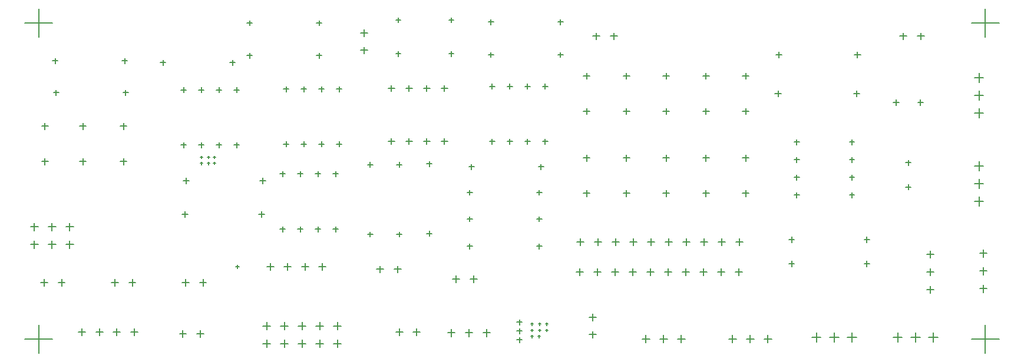
<source format=gbr>
G04*
G04 #@! TF.GenerationSoftware,Altium Limited,Altium Designer,23.3.1 (30)*
G04*
G04 Layer_Color=128*
%FSLAX44Y44*%
%MOMM*%
G71*
G04*
G04 #@! TF.SameCoordinates,EAF1F0D8-16AB-4789-B3CC-ED1B898C5CC7*
G04*
G04*
G04 #@! TF.FilePolarity,Positive*
G04*
G01*
G75*
%ADD84C,0.1270*%
D84*
X371690Y478790D02*
X382690D01*
X377190Y473290D02*
Y484290D01*
X371690Y453390D02*
X382690D01*
X377190Y447890D02*
Y458890D01*
X346290Y478790D02*
X357290D01*
X351790Y473290D02*
Y484290D01*
X346290Y453390D02*
X357290D01*
X351790Y447890D02*
Y458890D01*
X320890Y478790D02*
X331890D01*
X326390Y473290D02*
Y484290D01*
X320890Y453390D02*
X331890D01*
X326390Y447890D02*
Y458890D01*
X389900Y327660D02*
X399900D01*
X394900Y322660D02*
Y332660D01*
X414900Y327660D02*
X424900D01*
X419900Y322660D02*
Y332660D01*
X439900Y327660D02*
X449900D01*
X444900Y322660D02*
Y332660D01*
X464900Y327660D02*
X474900D01*
X469900Y322660D02*
Y332660D01*
X870773Y327660D02*
X880773D01*
X875773Y322660D02*
Y332660D01*
X845773Y327660D02*
X855772D01*
X850772Y322660D02*
Y332660D01*
X563760Y398950D02*
X573760D01*
X568760Y393950D02*
Y403950D01*
X538760Y398950D02*
X548760D01*
X543760Y393950D02*
Y403950D01*
X971380Y326390D02*
X981880D01*
X976630Y321140D02*
Y331640D01*
X945980Y326390D02*
X956480D01*
X951230Y321140D02*
Y331640D01*
X920580Y326390D02*
X931080D01*
X925830Y321140D02*
Y331640D01*
X846100Y776380D02*
X853100D01*
X849600Y772880D02*
Y779880D01*
X922360Y776380D02*
X929360D01*
X925860Y772880D02*
Y779880D01*
X1560920Y657860D02*
X1568920D01*
X1564920Y653860D02*
Y661860D01*
X1595920Y657860D02*
X1603920D01*
X1599920Y653860D02*
Y661860D01*
X1677570Y642620D02*
X1690470D01*
X1684020Y636170D02*
Y649070D01*
X1677570Y668020D02*
X1690470D01*
X1684020Y661570D02*
Y674470D01*
X1677570Y693420D02*
X1690470D01*
X1684020Y686970D02*
Y699870D01*
X1344240Y695960D02*
X1353240D01*
X1348740Y691460D02*
Y700460D01*
X1344240Y645160D02*
X1353240D01*
X1348740Y640660D02*
Y649660D01*
X1390610Y670560D02*
X1399610D01*
X1395110Y666060D02*
Y675060D01*
X1503610Y670560D02*
X1512610D01*
X1508110Y666060D02*
Y675060D01*
X1418420Y524510D02*
X1425720D01*
X1422070Y520860D02*
Y528160D01*
X1418420Y549910D02*
X1425720D01*
X1422070Y546260D02*
Y553560D01*
X1418420Y575310D02*
X1425720D01*
X1422070Y571660D02*
Y578960D01*
X1418420Y600710D02*
X1425720D01*
X1422070Y597060D02*
Y604360D01*
X1497820Y600710D02*
X1505120D01*
X1501470Y597060D02*
Y604360D01*
X1497820Y575310D02*
X1505120D01*
X1501470Y571660D02*
Y578960D01*
X1497820Y549910D02*
X1505120D01*
X1501470Y546260D02*
Y553560D01*
X1497820Y524510D02*
X1505120D01*
X1501470Y520860D02*
Y528160D01*
X1410780Y460730D02*
X1418780D01*
X1414780Y456730D02*
Y464730D01*
X1410780Y425730D02*
X1418780D01*
X1414780Y421730D02*
Y429730D01*
X1578420Y536220D02*
X1586420D01*
X1582420Y532220D02*
Y540220D01*
X1578420Y571220D02*
X1586420D01*
X1582420Y567220D02*
Y575220D01*
X1672910Y317500D02*
X1712910D01*
X1692910Y297500D02*
Y337500D01*
X1672910Y772160D02*
X1712910D01*
X1692910Y752160D02*
Y792160D01*
X312740Y317500D02*
X352740D01*
X332740Y297500D02*
Y337500D01*
X312740Y772160D02*
X352740D01*
X332740Y752160D02*
Y792160D01*
X1124030Y348850D02*
X1134030D01*
X1129030Y343850D02*
Y353850D01*
X1124030Y323850D02*
X1134030D01*
X1129030Y318850D02*
Y328850D01*
X1685120Y389890D02*
X1695620D01*
X1690370Y384640D02*
Y395140D01*
X1685120Y415290D02*
X1695620D01*
X1690370Y410040D02*
Y420540D01*
X1685120Y440690D02*
X1695620D01*
X1690370Y435440D02*
Y445940D01*
X1608920Y388620D02*
X1619420D01*
X1614170Y383370D02*
Y393870D01*
X1608920Y414020D02*
X1619420D01*
X1614170Y408770D02*
Y419270D01*
X1608920Y439420D02*
X1619420D01*
X1614170Y434170D02*
Y444670D01*
X654900Y311087D02*
X665900D01*
X660400Y305587D02*
Y316587D01*
X654900Y336487D02*
X665900D01*
X660400Y330987D02*
Y341987D01*
X680300Y311087D02*
X691300D01*
X685800Y305587D02*
Y316587D01*
X680300Y336487D02*
X691300D01*
X685800Y330987D02*
Y341987D01*
X705700Y311087D02*
X716700D01*
X711200Y305587D02*
Y316587D01*
X705700Y336487D02*
X716700D01*
X711200Y330987D02*
Y341987D01*
X731100Y311087D02*
X742100D01*
X736600Y305587D02*
Y316587D01*
X731100Y336487D02*
X742100D01*
X736600Y330987D02*
Y341987D01*
X756500Y311087D02*
X767500D01*
X762000Y305587D02*
Y316587D01*
X756500Y336487D02*
X767500D01*
X762000Y330987D02*
Y341987D01*
X980450Y601650D02*
X988050D01*
X984250Y597850D02*
Y605450D01*
X1005850Y601650D02*
X1013450D01*
X1009650Y597850D02*
Y605450D01*
X1031250Y601650D02*
X1038850D01*
X1035050Y597850D02*
Y605450D01*
X1056650Y601650D02*
X1064250D01*
X1060450Y597850D02*
Y605450D01*
X1056650Y681050D02*
X1064250D01*
X1060450Y677250D02*
Y684850D01*
X1031250Y681050D02*
X1038850D01*
X1035050Y677250D02*
Y684850D01*
X1005850Y681050D02*
X1013450D01*
X1009650Y677250D02*
Y684850D01*
X980450Y681050D02*
X988050D01*
X984250Y677250D02*
Y684850D01*
X1050820Y565150D02*
X1058320D01*
X1054570Y561400D02*
Y568900D01*
X950820Y565150D02*
X958320D01*
X954570Y561400D02*
Y568900D01*
X1115640Y645160D02*
X1124640D01*
X1120140Y640660D02*
Y649660D01*
X1115640Y695960D02*
X1124640D01*
X1120140Y691460D02*
Y700460D01*
X335560Y398950D02*
X345560D01*
X340560Y393950D02*
Y403950D01*
X360560Y398950D02*
X370560D01*
X365560Y393950D02*
Y403950D01*
X437160Y398950D02*
X447160D01*
X442160Y393950D02*
Y403950D01*
X462160Y398950D02*
X472160D01*
X467160Y393950D02*
Y403950D01*
X795100Y732790D02*
X805100D01*
X800100Y727790D02*
Y737790D01*
X795100Y757790D02*
X805100D01*
X800100Y752790D02*
Y762790D01*
X660480Y421640D02*
X670480D01*
X665480Y416640D02*
Y426640D01*
X685480Y421640D02*
X695480D01*
X690480Y416640D02*
Y426640D01*
X710480Y421640D02*
X720480D01*
X715480Y416640D02*
Y426640D01*
X735480Y421640D02*
X745480D01*
X740480Y416640D02*
Y426640D01*
X534950Y325290D02*
X544950D01*
X539950Y320290D02*
Y330290D01*
X559950Y325290D02*
X569950D01*
X564950Y320290D02*
Y330290D01*
X1154110Y753110D02*
X1164110D01*
X1159110Y748110D02*
Y758110D01*
X1129110Y753110D02*
X1139110D01*
X1134110Y748110D02*
Y758110D01*
X818360Y417830D02*
X828360D01*
X823360Y412830D02*
Y422830D01*
X843360Y417830D02*
X853360D01*
X848360Y412830D02*
Y422830D01*
X927580Y403860D02*
X937580D01*
X932580Y398860D02*
Y408860D01*
X952580Y403860D02*
X962580D01*
X957580Y398860D02*
Y408860D01*
X1104900Y414020D02*
X1115060D01*
X1109980Y408940D02*
Y419100D01*
X1130300Y414020D02*
X1140460D01*
X1135380Y408940D02*
Y419100D01*
X1155700Y414020D02*
X1165860D01*
X1160780Y408940D02*
Y419100D01*
X1181100Y414020D02*
X1191260D01*
X1186180Y408940D02*
Y419100D01*
X1206500Y414020D02*
X1216660D01*
X1211580Y408940D02*
Y419100D01*
X1231900Y414020D02*
X1242060D01*
X1236980Y408940D02*
Y419100D01*
X1257300Y414020D02*
X1267460D01*
X1262380Y408940D02*
Y419100D01*
X1282700Y414020D02*
X1292860D01*
X1287780Y408940D02*
Y419100D01*
X1308100Y414020D02*
X1318260D01*
X1313180Y408940D02*
Y419100D01*
X1333500Y414020D02*
X1343660D01*
X1338580Y408940D02*
Y419100D01*
X1334156Y457200D02*
X1344316D01*
X1339236Y452120D02*
Y462280D01*
X1308756Y457200D02*
X1318916D01*
X1313836Y452120D02*
Y462280D01*
X1283356Y457200D02*
X1293516D01*
X1288436Y452120D02*
Y462280D01*
X1257956Y457200D02*
X1268116D01*
X1263036Y452120D02*
Y462280D01*
X1232556Y457200D02*
X1242716D01*
X1237636Y452120D02*
Y462280D01*
X1207156Y457200D02*
X1217316D01*
X1212236Y452120D02*
Y462280D01*
X1181756Y457200D02*
X1191916D01*
X1186836Y452120D02*
Y462280D01*
X1156356Y457200D02*
X1166516D01*
X1161436Y452120D02*
Y462280D01*
X1130956Y457200D02*
X1141116D01*
X1136036Y452120D02*
Y462280D01*
X1105556Y457200D02*
X1115716D01*
X1110636Y452120D02*
Y462280D01*
X1344240Y527050D02*
X1353240D01*
X1348740Y522550D02*
Y531550D01*
X1344240Y577850D02*
X1353240D01*
X1348740Y573350D02*
Y582350D01*
X1172790Y645160D02*
X1181790D01*
X1177290Y640660D02*
Y649660D01*
X1172790Y695960D02*
X1181790D01*
X1177290Y691460D02*
Y700460D01*
X1287090Y645160D02*
X1296090D01*
X1291590Y640660D02*
Y649660D01*
X1287090Y695960D02*
X1296090D01*
X1291590Y691460D02*
Y700460D01*
X1229940Y645160D02*
X1238940D01*
X1234440Y640660D02*
Y649660D01*
X1229940Y695960D02*
X1238940D01*
X1234440Y691460D02*
Y700460D01*
X1287090Y527050D02*
X1296090D01*
X1291590Y522550D02*
Y531550D01*
X1287090Y577850D02*
X1296090D01*
X1291590Y573350D02*
Y582350D01*
X1229940Y527050D02*
X1238940D01*
X1234440Y522550D02*
Y531550D01*
X1229940Y577850D02*
X1238940D01*
X1234440Y573350D02*
Y582350D01*
X1172790Y527050D02*
X1181790D01*
X1177290Y522550D02*
Y531550D01*
X1172790Y577850D02*
X1181790D01*
X1177290Y573350D02*
Y582350D01*
X1115640Y527050D02*
X1124640D01*
X1120140Y522550D02*
Y531550D01*
X1115640Y577850D02*
X1124640D01*
X1120140Y573350D02*
Y582350D01*
X632050Y725170D02*
X639550D01*
X635800Y721420D02*
Y728920D01*
X732050Y725170D02*
X739550D01*
X735800Y721420D02*
Y728920D01*
X1677570Y566420D02*
X1690470D01*
X1684020Y559970D02*
Y572870D01*
X1677570Y541020D02*
X1690470D01*
X1684020Y534570D02*
Y547470D01*
X1677570Y515620D02*
X1690470D01*
X1684020Y509170D02*
Y522070D01*
X1570200Y753110D02*
X1580200D01*
X1575200Y748110D02*
Y758110D01*
X1595200Y753110D02*
X1605200D01*
X1600200Y748110D02*
Y758110D01*
X834970Y601980D02*
X843970D01*
X839470Y597480D02*
Y606480D01*
X860370Y601980D02*
X869370D01*
X864870Y597480D02*
Y606480D01*
X885770Y601980D02*
X894770D01*
X890270Y597480D02*
Y606480D01*
X911170Y601980D02*
X920170D01*
X915670Y597480D02*
Y606480D01*
X834970Y678180D02*
X843970D01*
X839470Y673680D02*
Y682680D01*
X860370Y678180D02*
X869370D01*
X864870Y673680D02*
Y682680D01*
X885770Y678180D02*
X894770D01*
X890270Y673680D02*
Y682680D01*
X911170Y678180D02*
X920170D01*
X915670Y673680D02*
Y682680D01*
X978760Y726440D02*
X986260D01*
X982510Y722690D02*
Y730190D01*
X1078760Y726440D02*
X1086260D01*
X1082510Y722690D02*
Y730190D01*
X1078760Y773430D02*
X1086260D01*
X1082510Y769680D02*
Y777180D01*
X978760Y773430D02*
X986260D01*
X982510Y769680D02*
Y777180D01*
X1048280Y528320D02*
X1055780D01*
X1052030Y524570D02*
Y532070D01*
X948280Y528320D02*
X955780D01*
X952030Y524570D02*
Y532070D01*
X1048280Y450850D02*
X1055780D01*
X1052030Y447100D02*
Y454600D01*
X948280Y450850D02*
X955780D01*
X952030Y447100D02*
Y454600D01*
X1048280Y490220D02*
X1055780D01*
X1052030Y486470D02*
Y493970D01*
X948280Y490220D02*
X955780D01*
X952030Y486470D02*
Y493970D01*
X847150Y568160D02*
X854650D01*
X850900Y564410D02*
Y571910D01*
X847150Y468160D02*
X854650D01*
X850900Y464410D02*
Y471910D01*
X890330Y469430D02*
X897830D01*
X894080Y465680D02*
Y473180D01*
X890330Y569430D02*
X897830D01*
X894080Y565680D02*
Y573180D01*
X805240Y568160D02*
X812740D01*
X808990Y564410D02*
Y571910D01*
X805240Y468160D02*
X812740D01*
X808990Y464410D02*
Y471910D01*
X507590Y715010D02*
X515090D01*
X511340Y711260D02*
Y718760D01*
X607590Y715010D02*
X615090D01*
X611340Y711260D02*
Y718760D01*
X632050Y772160D02*
X639550D01*
X635800Y768410D02*
Y775910D01*
X732050Y772160D02*
X739550D01*
X735800Y768410D02*
Y775910D01*
X453920Y671830D02*
X461420D01*
X457670Y668080D02*
Y675580D01*
X353920Y671830D02*
X361420D01*
X357670Y668080D02*
Y675580D01*
X452650Y717550D02*
X460150D01*
X456400Y713800D02*
Y721300D01*
X352650Y717550D02*
X360150D01*
X356400Y713800D02*
Y721300D01*
X650190Y544830D02*
X658690D01*
X654440Y540580D02*
Y549080D01*
X540190Y544830D02*
X548690D01*
X544440Y540580D02*
Y549080D01*
X648920Y496570D02*
X657420D01*
X653170Y492320D02*
Y500820D01*
X538920Y496570D02*
X547420D01*
X543170Y492320D02*
Y500820D01*
X1504880Y726440D02*
X1513880D01*
X1509380Y721940D02*
Y730940D01*
X1391880Y726440D02*
X1400880D01*
X1396380Y721940D02*
Y730940D01*
X1250530Y317500D02*
X1261530D01*
X1256030Y312000D02*
Y323000D01*
X1225130Y317500D02*
X1236130D01*
X1230630Y312000D02*
Y323000D01*
X1199730Y317500D02*
X1210730D01*
X1205230Y312000D02*
Y323000D01*
X1374990Y317500D02*
X1385990D01*
X1380490Y312000D02*
Y323000D01*
X1349590Y317500D02*
X1360590D01*
X1355090Y312000D02*
Y323000D01*
X1324190Y317500D02*
X1335190D01*
X1329690Y312000D02*
Y323000D01*
X1019620Y341630D02*
X1027620D01*
X1023620Y337630D02*
Y345630D01*
X1019620Y328930D02*
X1027620D01*
X1023620Y324930D02*
Y332930D01*
X1019620Y316230D02*
X1027620D01*
X1023620Y312230D02*
Y320230D01*
X1560680Y320040D02*
X1573680D01*
X1567180Y313540D02*
Y326540D01*
X1586180Y320040D02*
X1599180D01*
X1592680Y313540D02*
Y326540D01*
X1611680Y320040D02*
X1624680D01*
X1618180Y313540D02*
Y326540D01*
X1494840Y320040D02*
X1507840D01*
X1501340Y313540D02*
Y326540D01*
X1469340Y320040D02*
X1482340D01*
X1475840Y313540D02*
Y326540D01*
X1443840Y320040D02*
X1456840D01*
X1450340Y313540D02*
Y326540D01*
X679460Y554990D02*
X687060D01*
X683260Y551190D02*
Y558790D01*
X704860Y554990D02*
X712460D01*
X708660Y551190D02*
Y558790D01*
X730260Y554990D02*
X737860D01*
X734060Y551190D02*
Y558790D01*
X755660Y554990D02*
X763260D01*
X759460Y551190D02*
Y558790D01*
X755660Y475590D02*
X763260D01*
X759460Y471790D02*
Y479390D01*
X730260Y475590D02*
X737860D01*
X734060Y471790D02*
Y479390D01*
X704860Y475590D02*
X712460D01*
X708660Y471790D02*
Y479390D01*
X679460Y475590D02*
X687060D01*
X683260Y471790D02*
Y479390D01*
X684540Y597840D02*
X692140D01*
X688340Y594040D02*
Y601640D01*
X709940Y597840D02*
X717540D01*
X713740Y594040D02*
Y601640D01*
X735340Y597840D02*
X742940D01*
X739140Y594040D02*
Y601640D01*
X760740Y597840D02*
X768340D01*
X764540Y594040D02*
Y601640D01*
X760740Y677240D02*
X768340D01*
X764540Y673440D02*
Y681040D01*
X735340Y677240D02*
X742940D01*
X739140Y673440D02*
Y681040D01*
X709940Y677240D02*
X717540D01*
X713740Y673440D02*
Y681040D01*
X684540Y677240D02*
X692140D01*
X688340Y673440D02*
Y681040D01*
X537220Y596570D02*
X544820D01*
X541020Y592770D02*
Y600370D01*
X562620Y596570D02*
X570220D01*
X566420Y592770D02*
Y600370D01*
X588020Y596570D02*
X595620D01*
X591820Y592770D02*
Y600370D01*
X613420Y596570D02*
X621020D01*
X617220Y592770D02*
Y600370D01*
X613420Y675970D02*
X621020D01*
X617220Y672170D02*
Y679770D01*
X588020Y675970D02*
X595620D01*
X591820Y672170D02*
Y679770D01*
X562620Y675970D02*
X570220D01*
X566420Y672170D02*
Y679770D01*
X537220Y675970D02*
X544820D01*
X541020Y672170D02*
Y679770D01*
X846100Y727710D02*
X853100D01*
X849600Y724210D02*
Y731210D01*
X922360Y727710D02*
X929360D01*
X925860Y724210D02*
Y731210D01*
X337130Y623570D02*
X346130D01*
X341630Y619070D02*
Y628070D01*
X337130Y572770D02*
X346130D01*
X341630Y568270D02*
Y577270D01*
X391740Y572770D02*
X400740D01*
X396240Y568270D02*
Y577270D01*
X391740Y623570D02*
X400740D01*
X396240Y619070D02*
Y628070D01*
X450160Y623570D02*
X459160D01*
X454660Y619070D02*
Y628070D01*
X450160Y572770D02*
X459160D01*
X454660Y568270D02*
Y577270D01*
X1518730Y425730D02*
X1526730D01*
X1522730Y421730D02*
Y429730D01*
X1518730Y460730D02*
X1526730D01*
X1522730Y456730D02*
Y464730D01*
X583364Y570586D02*
X586864D01*
X585114Y568836D02*
Y572336D01*
X574830Y570230D02*
X578330D01*
X576580Y568480D02*
Y571980D01*
X564670Y570230D02*
X568170D01*
X566420Y568480D02*
Y571980D01*
X583720Y579120D02*
X587220D01*
X585470Y577370D02*
Y580870D01*
X574830Y579120D02*
X578330D01*
X576580Y577370D02*
Y580870D01*
X564670Y579120D02*
X568170D01*
X566420Y577370D02*
Y580870D01*
X1061240Y339090D02*
X1064740D01*
X1062990Y337340D02*
Y340840D01*
X1051080Y339090D02*
X1054580D01*
X1052830Y337340D02*
Y340840D01*
X1039650Y339090D02*
X1043150D01*
X1041400Y337340D02*
Y340840D01*
X1049810Y321310D02*
X1053310D01*
X1051560Y319560D02*
Y323060D01*
X1039650Y321310D02*
X1043150D01*
X1041400Y319560D02*
Y323060D01*
X1061240Y330200D02*
X1064740D01*
X1062990Y328450D02*
Y331950D01*
X1051080Y330200D02*
X1054580D01*
X1052830Y328450D02*
Y331950D01*
X1039650Y330200D02*
X1043150D01*
X1041400Y328450D02*
Y331950D01*
X615990Y421640D02*
X620990D01*
X618490Y419140D02*
Y424140D01*
M02*

</source>
